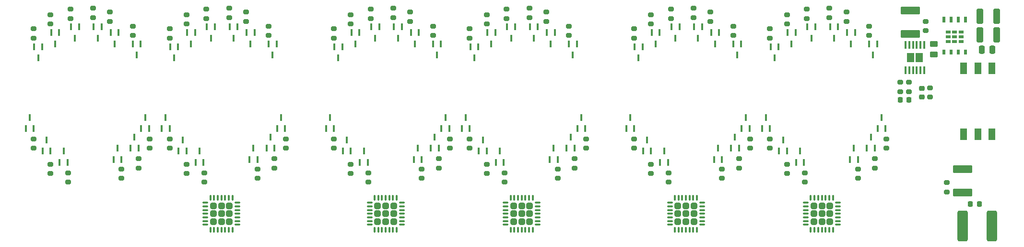
<source format=gtp>
G04 #@! TF.GenerationSoftware,KiCad,Pcbnew,8.0.5+1*
G04 #@! TF.CreationDate,2024-11-03T00:00:47+00:00*
G04 #@! TF.ProjectId,nixie_clock,6e697869-655f-4636-9c6f-636b2e6b6963,rev?*
G04 #@! TF.SameCoordinates,Original*
G04 #@! TF.FileFunction,Paste,Top*
G04 #@! TF.FilePolarity,Positive*
%FSLAX46Y46*%
G04 Gerber Fmt 4.6, Leading zero omitted, Abs format (unit mm)*
G04 Created by KiCad (PCBNEW 8.0.5+1) date 2024-11-03 00:00:47*
%MOMM*%
%LPD*%
G01*
G04 APERTURE LIST*
G04 Aperture macros list*
%AMRoundRect*
0 Rectangle with rounded corners*
0 $1 Rounding radius*
0 $2 $3 $4 $5 $6 $7 $8 $9 X,Y pos of 4 corners*
0 Add a 4 corners polygon primitive as box body*
4,1,4,$2,$3,$4,$5,$6,$7,$8,$9,$2,$3,0*
0 Add four circle primitives for the rounded corners*
1,1,$1+$1,$2,$3*
1,1,$1+$1,$4,$5*
1,1,$1+$1,$6,$7*
1,1,$1+$1,$8,$9*
0 Add four rect primitives between the rounded corners*
20,1,$1+$1,$2,$3,$4,$5,0*
20,1,$1+$1,$4,$5,$6,$7,0*
20,1,$1+$1,$6,$7,$8,$9,0*
20,1,$1+$1,$8,$9,$2,$3,0*%
G04 Aperture macros list end*
%ADD10C,0.000000*%
%ADD11R,0.457200X1.143000*%
%ADD12RoundRect,0.200000X-0.275000X0.200000X-0.275000X-0.200000X0.275000X-0.200000X0.275000X0.200000X0*%
%ADD13RoundRect,0.200000X0.275000X-0.200000X0.275000X0.200000X-0.275000X0.200000X-0.275000X-0.200000X0*%
%ADD14R,1.170000X2.080000*%
%ADD15RoundRect,0.250000X0.320000X0.320000X-0.320000X0.320000X-0.320000X-0.320000X0.320000X-0.320000X0*%
%ADD16RoundRect,0.075000X0.437500X0.075000X-0.437500X0.075000X-0.437500X-0.075000X0.437500X-0.075000X0*%
%ADD17RoundRect,0.075000X0.075000X0.437500X-0.075000X0.437500X-0.075000X-0.437500X0.075000X-0.437500X0*%
%ADD18RoundRect,0.225000X-0.225000X-0.250000X0.225000X-0.250000X0.225000X0.250000X-0.225000X0.250000X0*%
%ADD19RoundRect,0.250000X0.325000X1.100000X-0.325000X1.100000X-0.325000X-1.100000X0.325000X-1.100000X0*%
%ADD20RoundRect,0.250000X-0.450000X0.262500X-0.450000X-0.262500X0.450000X-0.262500X0.450000X0.262500X0*%
%ADD21R,0.431800X1.333500*%
%ADD22RoundRect,0.250000X0.650000X2.450000X-0.650000X2.450000X-0.650000X-2.450000X0.650000X-2.450000X0*%
%ADD23RoundRect,0.250000X0.250000X0.475000X-0.250000X0.475000X-0.250000X-0.475000X0.250000X-0.475000X0*%
%ADD24RoundRect,0.249999X1.450001X-0.450001X1.450001X0.450001X-1.450001X0.450001X-1.450001X-0.450001X0*%
%ADD25R,0.900000X0.600000*%
%ADD26R,0.600000X0.900000*%
%ADD27R,0.600000X1.050000*%
%ADD28RoundRect,0.225000X0.250000X-0.225000X0.250000X0.225000X-0.250000X0.225000X-0.250000X-0.225000X0*%
%ADD29RoundRect,0.225000X0.225000X0.250000X-0.225000X0.250000X-0.225000X-0.250000X0.225000X-0.250000X0*%
G04 APERTURE END LIST*
D10*
G04 #@! TO.C,U79*
G36*
X224100000Y-93841300D02*
G01*
X222826800Y-93841300D01*
X222826800Y-92288700D01*
X224100000Y-92288700D01*
X224100000Y-93841300D01*
G37*
G36*
X225573200Y-93841300D02*
G01*
X224300000Y-93841300D01*
X224300000Y-92288700D01*
X225573200Y-92288700D01*
X225573200Y-93841300D01*
G37*
G04 #@! TD*
D11*
G04 #@! TO.C,U36*
X123228000Y-109640000D03*
X124625000Y-109640000D03*
X123926500Y-107658800D03*
G04 #@! TD*
D12*
G04 #@! TO.C,R73*
X74725000Y-113490000D03*
X74725000Y-115140000D03*
G04 #@! TD*
D11*
G04 #@! TO.C,U30*
X138728000Y-109140000D03*
X140125000Y-109140000D03*
X139426500Y-107158800D03*
G04 #@! TD*
G04 #@! TO.C,U56*
X215728000Y-109140000D03*
X217125000Y-109140000D03*
X216426500Y-107158800D03*
G04 #@! TD*
D13*
G04 #@! TO.C,R64*
X226100000Y-88290000D03*
X226100000Y-86640000D03*
G04 #@! TD*
D12*
G04 #@! TO.C,R14*
X111125000Y-110990000D03*
X111125000Y-112640000D03*
G04 #@! TD*
D11*
G04 #@! TO.C,U9*
X144228000Y-105640000D03*
X145625000Y-105640000D03*
X144926500Y-103658800D03*
G04 #@! TD*
D12*
G04 #@! TO.C,R15*
X113125000Y-107490000D03*
X113125000Y-109140000D03*
G04 #@! TD*
D14*
G04 #@! TO.C,T1*
X237800000Y-106630000D03*
X235300000Y-106630000D03*
X232800000Y-106630000D03*
X232800000Y-94970000D03*
X235300000Y-94970000D03*
X237800000Y-94970000D03*
G04 #@! TD*
D12*
G04 #@! TO.C,R33*
X121625000Y-107490000D03*
X121625000Y-109140000D03*
G04 #@! TD*
D13*
G04 #@! TO.C,R76*
X68625000Y-89640000D03*
X68625000Y-87990000D03*
G04 #@! TD*
D12*
G04 #@! TO.C,R32*
X124625000Y-111990000D03*
X124625000Y-113640000D03*
G04 #@! TD*
D13*
G04 #@! TO.C,R12*
X152125000Y-86140000D03*
X152125000Y-84490000D03*
G04 #@! TD*
D11*
G04 #@! TO.C,U38*
X123125000Y-91140000D03*
X121728000Y-91140000D03*
X122426500Y-93121200D03*
G04 #@! TD*
D12*
G04 #@! TO.C,R68*
X89125000Y-107490000D03*
X89125000Y-109140000D03*
G04 #@! TD*
D13*
G04 #@! TO.C,R47*
X177625000Y-87140000D03*
X177625000Y-85490000D03*
G04 #@! TD*
G04 #@! TO.C,R11*
X148625000Y-87140000D03*
X148625000Y-85490000D03*
G04 #@! TD*
G04 #@! TO.C,R41*
X188125000Y-86640000D03*
X188125000Y-84990000D03*
G04 #@! TD*
D12*
G04 #@! TO.C,R75*
X68625000Y-107490000D03*
X68625000Y-109140000D03*
G04 #@! TD*
D13*
G04 #@! TO.C,R63*
X223100000Y-99115000D03*
X223100000Y-97465000D03*
G04 #@! TD*
D12*
G04 #@! TO.C,R21*
X92625000Y-107490000D03*
X92625000Y-109140000D03*
G04 #@! TD*
D11*
G04 #@! TO.C,U32*
X140522000Y-90640000D03*
X139125000Y-90640000D03*
X139823500Y-92621200D03*
G04 #@! TD*
D13*
G04 #@! TO.C,R5*
X159125000Y-86640000D03*
X159125000Y-84990000D03*
G04 #@! TD*
G04 #@! TO.C,R4*
X163125000Y-89140000D03*
X163125000Y-87490000D03*
G04 #@! TD*
D11*
G04 #@! TO.C,U65*
X203125000Y-88640000D03*
X201728000Y-88640000D03*
X202426500Y-90621200D03*
G04 #@! TD*
D12*
G04 #@! TO.C,R1*
X161125000Y-112815000D03*
X161125000Y-114465000D03*
G04 #@! TD*
D15*
G04 #@! TO.C,U15*
X103192500Y-122172031D03*
X103192500Y-120752031D03*
X103192500Y-119332031D03*
X101772500Y-122172031D03*
X101772500Y-120752031D03*
X101772500Y-119332031D03*
X100352500Y-122172031D03*
X100352500Y-120752031D03*
X100352500Y-119332031D03*
D16*
X104610000Y-122702031D03*
X104610000Y-122052031D03*
X104610000Y-121402031D03*
X104610000Y-120752031D03*
X104610000Y-120102031D03*
X104610000Y-119452031D03*
X104610000Y-118802031D03*
D17*
X103722500Y-117914531D03*
X103072500Y-117914531D03*
X102422500Y-117914531D03*
X101772500Y-117914531D03*
X101122500Y-117914531D03*
X100472500Y-117914531D03*
X99822500Y-117914531D03*
D16*
X98935000Y-118802031D03*
X98935000Y-119452031D03*
X98935000Y-120102031D03*
X98935000Y-120752031D03*
X98935000Y-121402031D03*
X98935000Y-122052031D03*
X98935000Y-122702031D03*
D17*
X99822500Y-123589531D03*
X100472500Y-123589531D03*
X101122500Y-123589531D03*
X101772500Y-123589531D03*
X102422500Y-123589531D03*
X103072500Y-123589531D03*
X103722500Y-123589531D03*
G04 #@! TD*
D11*
G04 #@! TO.C,U43*
X191728000Y-109140000D03*
X193125000Y-109140000D03*
X192426500Y-107158800D03*
G04 #@! TD*
G04 #@! TO.C,U16*
X106728000Y-111140000D03*
X108125000Y-111140000D03*
X107426500Y-109158800D03*
G04 #@! TD*
D13*
G04 #@! TO.C,R46*
X174625000Y-89640000D03*
X174625000Y-87990000D03*
G04 #@! TD*
D11*
G04 #@! TO.C,U66*
X82728000Y-111140000D03*
X84125000Y-111140000D03*
X83426500Y-109158800D03*
G04 #@! TD*
D13*
G04 #@! TO.C,R71*
X79125000Y-85965000D03*
X79125000Y-84315000D03*
G04 #@! TD*
G04 #@! TO.C,R70*
X82125000Y-86640000D03*
X82125000Y-84990000D03*
G04 #@! TD*
D11*
G04 #@! TO.C,U64*
X200125000Y-91140000D03*
X198728000Y-91140000D03*
X199426500Y-93121200D03*
G04 #@! TD*
G04 #@! TO.C,U23*
X94228000Y-109640000D03*
X95625000Y-109640000D03*
X94926500Y-107658800D03*
G04 #@! TD*
D12*
G04 #@! TO.C,R39*
X195125000Y-107490000D03*
X195125000Y-109140000D03*
G04 #@! TD*
D11*
G04 #@! TO.C,U70*
X83625000Y-88640000D03*
X82228000Y-88640000D03*
X82926500Y-90621200D03*
G04 #@! TD*
D13*
G04 #@! TO.C,R35*
X124625000Y-87140000D03*
X124625000Y-85490000D03*
G04 #@! TD*
G04 #@! TO.C,R6*
X156125000Y-85965000D03*
X156125000Y-84315000D03*
G04 #@! TD*
D11*
G04 #@! TO.C,U17*
X109728000Y-109140000D03*
X111125000Y-109140000D03*
X110426500Y-107158800D03*
G04 #@! TD*
D12*
G04 #@! TO.C,R8*
X148625000Y-111990000D03*
X148625000Y-113640000D03*
G04 #@! TD*
D11*
G04 #@! TO.C,U50*
X173228000Y-105640000D03*
X174625000Y-105640000D03*
X173926500Y-103658800D03*
G04 #@! TD*
D18*
G04 #@! TO.C,C3*
X221600000Y-100565000D03*
X223150000Y-100565000D03*
G04 #@! TD*
D13*
G04 #@! TO.C,R23*
X95625000Y-87140000D03*
X95625000Y-85490000D03*
G04 #@! TD*
D11*
G04 #@! TO.C,U22*
X97228000Y-111640000D03*
X98625000Y-111640000D03*
X97926500Y-109658800D03*
G04 #@! TD*
D15*
G04 #@! TO.C,U54*
X209192500Y-122172031D03*
X209192500Y-120752031D03*
X209192500Y-119332031D03*
X207772500Y-122172031D03*
X207772500Y-120752031D03*
X207772500Y-119332031D03*
X206352500Y-122172031D03*
X206352500Y-120752031D03*
X206352500Y-119332031D03*
D16*
X210610000Y-122702031D03*
X210610000Y-122052031D03*
X210610000Y-121402031D03*
X210610000Y-120752031D03*
X210610000Y-120102031D03*
X210610000Y-119452031D03*
X210610000Y-118802031D03*
D17*
X209722500Y-117914531D03*
X209072500Y-117914531D03*
X208422500Y-117914531D03*
X207772500Y-117914531D03*
X207122500Y-117914531D03*
X206472500Y-117914531D03*
X205822500Y-117914531D03*
D16*
X204935000Y-118802031D03*
X204935000Y-119452031D03*
X204935000Y-120102031D03*
X204935000Y-120752031D03*
X204935000Y-121402031D03*
X204935000Y-122052031D03*
X204935000Y-122702031D03*
D17*
X205822500Y-123589531D03*
X206472500Y-123589531D03*
X207122500Y-123589531D03*
X207772500Y-123589531D03*
X208422500Y-123589531D03*
X209072500Y-123589531D03*
X209722500Y-123589531D03*
G04 #@! TD*
D11*
G04 #@! TO.C,U5*
X160625000Y-88640000D03*
X159228000Y-88640000D03*
X159926500Y-90621200D03*
G04 #@! TD*
D13*
G04 #@! TO.C,R29*
X135125000Y-86640000D03*
X135125000Y-84990000D03*
G04 #@! TD*
D11*
G04 #@! TO.C,U45*
X193522000Y-90640000D03*
X192125000Y-90640000D03*
X192823500Y-92621200D03*
G04 #@! TD*
D12*
G04 #@! TO.C,R50*
X217125000Y-110990000D03*
X217125000Y-112640000D03*
G04 #@! TD*
D19*
G04 #@! TO.C,C8*
X238600000Y-85765000D03*
X235650000Y-85765000D03*
G04 #@! TD*
D12*
G04 #@! TO.C,R62*
X229800000Y-115240000D03*
X229800000Y-116890000D03*
G04 #@! TD*
D13*
G04 #@! TO.C,R77*
X71625000Y-87140000D03*
X71625000Y-85490000D03*
G04 #@! TD*
D11*
G04 #@! TO.C,U52*
X179125000Y-88640000D03*
X177728000Y-88640000D03*
X178426500Y-90621200D03*
G04 #@! TD*
D13*
G04 #@! TO.C,R16*
X110125000Y-89140000D03*
X110125000Y-87490000D03*
G04 #@! TD*
G04 #@! TO.C,R42*
X185125000Y-85965000D03*
X185125000Y-84315000D03*
G04 #@! TD*
D20*
G04 #@! TO.C,R61*
X227500000Y-90665000D03*
X227500000Y-92490000D03*
G04 #@! TD*
D11*
G04 #@! TO.C,U53*
X182625000Y-87640000D03*
X181228000Y-87640000D03*
X181926500Y-89621200D03*
G04 #@! TD*
D13*
G04 #@! TO.C,R53*
X212125000Y-86640000D03*
X212125000Y-84990000D03*
G04 #@! TD*
D11*
G04 #@! TO.C,U18*
X111625000Y-105640000D03*
X113022000Y-105640000D03*
X112323500Y-103658800D03*
G04 #@! TD*
D12*
G04 #@! TO.C,R3*
X166125000Y-107490000D03*
X166125000Y-109140000D03*
G04 #@! TD*
G04 #@! TO.C,R27*
X142125000Y-107490000D03*
X142125000Y-109140000D03*
G04 #@! TD*
D11*
G04 #@! TO.C,U77*
X76625000Y-87640000D03*
X75228000Y-87640000D03*
X75926500Y-89621200D03*
G04 #@! TD*
D12*
G04 #@! TO.C,R49*
X214125000Y-112815000D03*
X214125000Y-114465000D03*
G04 #@! TD*
D11*
G04 #@! TO.C,U8*
X147228000Y-109640000D03*
X148625000Y-109640000D03*
X147926500Y-107658800D03*
G04 #@! TD*
D13*
G04 #@! TO.C,R10*
X145625000Y-89640000D03*
X145625000Y-87990000D03*
G04 #@! TD*
D12*
G04 #@! TO.C,R51*
X219125000Y-107490000D03*
X219125000Y-109140000D03*
G04 #@! TD*
D21*
G04 #@! TO.C,U79*
X222574400Y-95281150D03*
X223224640Y-95281150D03*
X223874880Y-95281150D03*
X224525120Y-95281150D03*
X225175360Y-95281150D03*
X225825600Y-95281150D03*
X225825600Y-90848850D03*
X225175360Y-90848850D03*
X224525120Y-90848850D03*
X223874880Y-90848850D03*
X223224640Y-90848850D03*
X222574400Y-90848850D03*
G04 #@! TD*
D12*
G04 #@! TO.C,R74*
X71625000Y-111990000D03*
X71625000Y-113640000D03*
G04 #@! TD*
G04 #@! TO.C,R55*
X204725000Y-113490000D03*
X204725000Y-115140000D03*
G04 #@! TD*
D11*
G04 #@! TO.C,U11*
X150125000Y-88640000D03*
X148728000Y-88640000D03*
X149426500Y-90621200D03*
G04 #@! TD*
D12*
G04 #@! TO.C,R57*
X198625000Y-107490000D03*
X198625000Y-109140000D03*
G04 #@! TD*
D11*
G04 #@! TO.C,U3*
X164625000Y-105640000D03*
X166022000Y-105640000D03*
X165323500Y-103658800D03*
G04 #@! TD*
D13*
G04 #@! TO.C,R30*
X132125000Y-85965000D03*
X132125000Y-84315000D03*
G04 #@! TD*
D11*
G04 #@! TO.C,U27*
X100625000Y-87640000D03*
X99228000Y-87640000D03*
X99926500Y-89621200D03*
G04 #@! TD*
D15*
G04 #@! TO.C,U28*
X132192500Y-122172031D03*
X132192500Y-120752031D03*
X132192500Y-119332031D03*
X130772500Y-122172031D03*
X130772500Y-120752031D03*
X130772500Y-119332031D03*
X129352500Y-122172031D03*
X129352500Y-120752031D03*
X129352500Y-119332031D03*
D16*
X133610000Y-122702031D03*
X133610000Y-122052031D03*
X133610000Y-121402031D03*
X133610000Y-120752031D03*
X133610000Y-120102031D03*
X133610000Y-119452031D03*
X133610000Y-118802031D03*
D17*
X132722500Y-117914531D03*
X132072500Y-117914531D03*
X131422500Y-117914531D03*
X130772500Y-117914531D03*
X130122500Y-117914531D03*
X129472500Y-117914531D03*
X128822500Y-117914531D03*
D16*
X127935000Y-118802031D03*
X127935000Y-119452031D03*
X127935000Y-120102031D03*
X127935000Y-120752031D03*
X127935000Y-121402031D03*
X127935000Y-122052031D03*
X127935000Y-122702031D03*
D17*
X128822500Y-123589531D03*
X129472500Y-123589531D03*
X130122500Y-123589531D03*
X130772500Y-123589531D03*
X131422500Y-123589531D03*
X132072500Y-123589531D03*
X132722500Y-123589531D03*
G04 #@! TD*
D22*
G04 #@! TO.C,C6*
X237750000Y-122900000D03*
X232650000Y-122900000D03*
G04 #@! TD*
D11*
G04 #@! TO.C,U48*
X179228000Y-111640000D03*
X180625000Y-111640000D03*
X179926500Y-109658800D03*
G04 #@! TD*
G04 #@! TO.C,U61*
X203228000Y-111640000D03*
X204625000Y-111640000D03*
X203926500Y-109658800D03*
G04 #@! TD*
D15*
G04 #@! TO.C,U13*
X156192500Y-122172031D03*
X156192500Y-120752031D03*
X156192500Y-119332031D03*
X154772500Y-122172031D03*
X154772500Y-120752031D03*
X154772500Y-119332031D03*
X153352500Y-122172031D03*
X153352500Y-120752031D03*
X153352500Y-119332031D03*
D16*
X157610000Y-122702031D03*
X157610000Y-122052031D03*
X157610000Y-121402031D03*
X157610000Y-120752031D03*
X157610000Y-120102031D03*
X157610000Y-119452031D03*
X157610000Y-118802031D03*
D17*
X156722500Y-117914531D03*
X156072500Y-117914531D03*
X155422500Y-117914531D03*
X154772500Y-117914531D03*
X154122500Y-117914531D03*
X153472500Y-117914531D03*
X152822500Y-117914531D03*
D16*
X151935000Y-118802031D03*
X151935000Y-119452031D03*
X151935000Y-120102031D03*
X151935000Y-120752031D03*
X151935000Y-121402031D03*
X151935000Y-122052031D03*
X151935000Y-122702031D03*
D17*
X152822500Y-123589531D03*
X153472500Y-123589531D03*
X154122500Y-123589531D03*
X154772500Y-123589531D03*
X155422500Y-123589531D03*
X156072500Y-123589531D03*
X156722500Y-123589531D03*
G04 #@! TD*
D13*
G04 #@! TO.C,R34*
X121625000Y-89640000D03*
X121625000Y-87990000D03*
G04 #@! TD*
D11*
G04 #@! TO.C,U71*
X80625000Y-87640000D03*
X79228000Y-87640000D03*
X79926500Y-89621200D03*
G04 #@! TD*
D15*
G04 #@! TO.C,U41*
X185192500Y-122172031D03*
X185192500Y-120752031D03*
X185192500Y-119332031D03*
X183772500Y-122172031D03*
X183772500Y-120752031D03*
X183772500Y-119332031D03*
X182352500Y-122172031D03*
X182352500Y-120752031D03*
X182352500Y-119332031D03*
D16*
X186610000Y-122702031D03*
X186610000Y-122052031D03*
X186610000Y-121402031D03*
X186610000Y-120752031D03*
X186610000Y-120102031D03*
X186610000Y-119452031D03*
X186610000Y-118802031D03*
D17*
X185722500Y-117914531D03*
X185072500Y-117914531D03*
X184422500Y-117914531D03*
X183772500Y-117914531D03*
X183122500Y-117914531D03*
X182472500Y-117914531D03*
X181822500Y-117914531D03*
D16*
X180935000Y-118802031D03*
X180935000Y-119452031D03*
X180935000Y-120102031D03*
X180935000Y-120752031D03*
X180935000Y-121402031D03*
X180935000Y-122052031D03*
X180935000Y-122702031D03*
D17*
X181822500Y-123589531D03*
X182472500Y-123589531D03*
X183122500Y-123589531D03*
X183772500Y-123589531D03*
X184422500Y-123589531D03*
X185072500Y-123589531D03*
X185722500Y-123589531D03*
G04 #@! TD*
D12*
G04 #@! TO.C,R25*
X137125000Y-112815000D03*
X137125000Y-114465000D03*
G04 #@! TD*
D11*
G04 #@! TO.C,U72*
X73228000Y-111640000D03*
X74625000Y-111640000D03*
X73926500Y-109658800D03*
G04 #@! TD*
G04 #@! TO.C,U68*
X87625000Y-105640000D03*
X89022000Y-105640000D03*
X88323500Y-103658800D03*
G04 #@! TD*
G04 #@! TO.C,U49*
X176228000Y-109640000D03*
X177625000Y-109640000D03*
X176926500Y-107658800D03*
G04 #@! TD*
D13*
G04 #@! TO.C,R65*
X221600000Y-99090000D03*
X221600000Y-97440000D03*
G04 #@! TD*
D19*
G04 #@! TO.C,C1*
X238600000Y-89065000D03*
X235650000Y-89065000D03*
G04 #@! TD*
D12*
G04 #@! TO.C,R37*
X190125000Y-112815000D03*
X190125000Y-114465000D03*
G04 #@! TD*
G04 #@! TO.C,R2*
X164125000Y-110990000D03*
X164125000Y-112640000D03*
G04 #@! TD*
D11*
G04 #@! TO.C,U47*
X186625000Y-87640000D03*
X185228000Y-87640000D03*
X185926500Y-89621200D03*
G04 #@! TD*
G04 #@! TO.C,U40*
X129625000Y-87640000D03*
X128228000Y-87640000D03*
X128926500Y-89621200D03*
G04 #@! TD*
D13*
G04 #@! TO.C,R58*
X198625000Y-89640000D03*
X198625000Y-87990000D03*
G04 #@! TD*
D12*
G04 #@! TO.C,R44*
X177625000Y-111990000D03*
X177625000Y-113640000D03*
G04 #@! TD*
D11*
G04 #@! TO.C,U58*
X217522000Y-90640000D03*
X216125000Y-90640000D03*
X216823500Y-92621200D03*
G04 #@! TD*
D13*
G04 #@! TO.C,R59*
X201625000Y-87140000D03*
X201625000Y-85490000D03*
G04 #@! TD*
D11*
G04 #@! TO.C,U21*
X104625000Y-87640000D03*
X103228000Y-87640000D03*
X103926500Y-89621200D03*
G04 #@! TD*
G04 #@! TO.C,U46*
X189625000Y-88640000D03*
X188228000Y-88640000D03*
X188926500Y-90621200D03*
G04 #@! TD*
G04 #@! TO.C,U29*
X135728000Y-111140000D03*
X137125000Y-111140000D03*
X136426500Y-109158800D03*
G04 #@! TD*
G04 #@! TO.C,U67*
X85728000Y-109140000D03*
X87125000Y-109140000D03*
X86426500Y-107158800D03*
G04 #@! TD*
D13*
G04 #@! TO.C,R28*
X139125000Y-89140000D03*
X139125000Y-87490000D03*
G04 #@! TD*
D12*
G04 #@! TO.C,R13*
X108125000Y-112815000D03*
X108125000Y-114465000D03*
G04 #@! TD*
D11*
G04 #@! TO.C,U39*
X126125000Y-88640000D03*
X124728000Y-88640000D03*
X125426500Y-90621200D03*
G04 #@! TD*
G04 #@! TO.C,U60*
X210625000Y-87640000D03*
X209228000Y-87640000D03*
X209926500Y-89621200D03*
G04 #@! TD*
G04 #@! TO.C,U12*
X153625000Y-87640000D03*
X152228000Y-87640000D03*
X152926500Y-89621200D03*
G04 #@! TD*
G04 #@! TO.C,U78*
X206625000Y-87640000D03*
X205228000Y-87640000D03*
X205926500Y-89621200D03*
G04 #@! TD*
D23*
G04 #@! TO.C,C2*
X237900000Y-91665000D03*
X236000000Y-91665000D03*
G04 #@! TD*
D24*
G04 #@! TO.C,C7*
X223400000Y-88865000D03*
X223400000Y-84765000D03*
G04 #@! TD*
D13*
G04 #@! TO.C,R40*
X192125000Y-89140000D03*
X192125000Y-87490000D03*
G04 #@! TD*
D24*
G04 #@! TO.C,D1*
X232600000Y-116950000D03*
X232600000Y-112850000D03*
G04 #@! TD*
D11*
G04 #@! TO.C,U75*
X70125000Y-91140000D03*
X68728000Y-91140000D03*
X69426500Y-93121200D03*
G04 #@! TD*
D12*
G04 #@! TO.C,R31*
X127725000Y-113490000D03*
X127725000Y-115140000D03*
G04 #@! TD*
G04 #@! TO.C,R66*
X84125000Y-112815000D03*
X84125000Y-114465000D03*
G04 #@! TD*
D11*
G04 #@! TO.C,U10*
X147125000Y-91140000D03*
X145728000Y-91140000D03*
X146426500Y-93121200D03*
G04 #@! TD*
G04 #@! TO.C,U63*
X197228000Y-105640000D03*
X198625000Y-105640000D03*
X197926500Y-103658800D03*
G04 #@! TD*
D13*
G04 #@! TO.C,R69*
X86125000Y-89140000D03*
X86125000Y-87490000D03*
G04 #@! TD*
D25*
G04 #@! TO.C,Q1*
X232370000Y-88550000D03*
X231220000Y-88550000D03*
X230070000Y-88550000D03*
X232370000Y-89400000D03*
X231220000Y-89400000D03*
X230070000Y-89400000D03*
X232370000Y-90250000D03*
X231220000Y-90250000D03*
X230070000Y-90250000D03*
D26*
X233100000Y-92100000D03*
X231820000Y-92100000D03*
X230620000Y-92100000D03*
X229340000Y-92100000D03*
D27*
X229310000Y-86380000D03*
X233130000Y-86380000D03*
X231860000Y-86380000D03*
X230580000Y-86380000D03*
G04 #@! TD*
D12*
G04 #@! TO.C,R38*
X193125000Y-110990000D03*
X193125000Y-112640000D03*
G04 #@! TD*
D13*
G04 #@! TO.C,R72*
X226900000Y-100065000D03*
X226900000Y-98415000D03*
G04 #@! TD*
G04 #@! TO.C,R36*
X128125000Y-86140000D03*
X128125000Y-84490000D03*
G04 #@! TD*
D11*
G04 #@! TO.C,U55*
X212728000Y-111140000D03*
X214125000Y-111140000D03*
X213426500Y-109158800D03*
G04 #@! TD*
D12*
G04 #@! TO.C,R56*
X201625000Y-111990000D03*
X201625000Y-113640000D03*
G04 #@! TD*
D11*
G04 #@! TO.C,U44*
X193625000Y-105640000D03*
X195022000Y-105640000D03*
X194323500Y-103658800D03*
G04 #@! TD*
G04 #@! TO.C,U2*
X162728000Y-109140000D03*
X164125000Y-109140000D03*
X163426500Y-107158800D03*
G04 #@! TD*
G04 #@! TO.C,U6*
X157625000Y-87640000D03*
X156228000Y-87640000D03*
X156926500Y-89621200D03*
G04 #@! TD*
G04 #@! TO.C,U74*
X67228000Y-105640000D03*
X68625000Y-105640000D03*
X67926500Y-103658800D03*
G04 #@! TD*
D12*
G04 #@! TO.C,R20*
X95625000Y-111990000D03*
X95625000Y-113640000D03*
G04 #@! TD*
G04 #@! TO.C,R45*
X174625000Y-107490000D03*
X174625000Y-109140000D03*
G04 #@! TD*
D28*
G04 #@! TO.C,C4*
X225400000Y-100065000D03*
X225400000Y-98515000D03*
G04 #@! TD*
D11*
G04 #@! TO.C,U69*
X87522000Y-90640000D03*
X86125000Y-90640000D03*
X86823500Y-92621200D03*
G04 #@! TD*
D12*
G04 #@! TO.C,R67*
X87125000Y-110990000D03*
X87125000Y-112640000D03*
G04 #@! TD*
G04 #@! TO.C,R19*
X98725000Y-113490000D03*
X98725000Y-115140000D03*
G04 #@! TD*
G04 #@! TO.C,R26*
X140125000Y-110990000D03*
X140125000Y-112640000D03*
G04 #@! TD*
D11*
G04 #@! TO.C,U20*
X107625000Y-88640000D03*
X106228000Y-88640000D03*
X106926500Y-90621200D03*
G04 #@! TD*
G04 #@! TO.C,U76*
X73125000Y-88640000D03*
X71728000Y-88640000D03*
X72426500Y-90621200D03*
G04 #@! TD*
G04 #@! TO.C,U1*
X159728000Y-111140000D03*
X161125000Y-111140000D03*
X160426500Y-109158800D03*
G04 #@! TD*
G04 #@! TO.C,U31*
X140625000Y-105640000D03*
X142022000Y-105640000D03*
X141323500Y-103658800D03*
G04 #@! TD*
D13*
G04 #@! TO.C,R17*
X106125000Y-86640000D03*
X106125000Y-84990000D03*
G04 #@! TD*
D11*
G04 #@! TO.C,U73*
X70228000Y-109640000D03*
X71625000Y-109640000D03*
X70926500Y-107658800D03*
G04 #@! TD*
G04 #@! TO.C,U33*
X136625000Y-88640000D03*
X135228000Y-88640000D03*
X135926500Y-90621200D03*
G04 #@! TD*
D13*
G04 #@! TO.C,R52*
X216125000Y-89140000D03*
X216125000Y-87490000D03*
G04 #@! TD*
G04 #@! TO.C,R54*
X209125000Y-85965000D03*
X209125000Y-84315000D03*
G04 #@! TD*
G04 #@! TO.C,R60*
X205125000Y-86140000D03*
X205125000Y-84490000D03*
G04 #@! TD*
D11*
G04 #@! TO.C,U7*
X150228000Y-111640000D03*
X151625000Y-111640000D03*
X150926500Y-109658800D03*
G04 #@! TD*
G04 #@! TO.C,U25*
X94125000Y-91140000D03*
X92728000Y-91140000D03*
X93426500Y-93121200D03*
G04 #@! TD*
D12*
G04 #@! TO.C,R9*
X145625000Y-107490000D03*
X145625000Y-109140000D03*
G04 #@! TD*
D11*
G04 #@! TO.C,U42*
X188728000Y-111140000D03*
X190125000Y-111140000D03*
X189426500Y-109158800D03*
G04 #@! TD*
D12*
G04 #@! TO.C,R43*
X180725000Y-113490000D03*
X180725000Y-115140000D03*
G04 #@! TD*
D13*
G04 #@! TO.C,R18*
X103125000Y-85965000D03*
X103125000Y-84315000D03*
G04 #@! TD*
D11*
G04 #@! TO.C,U19*
X111522000Y-90640000D03*
X110125000Y-90640000D03*
X110823500Y-92621200D03*
G04 #@! TD*
G04 #@! TO.C,U26*
X97125000Y-88640000D03*
X95728000Y-88640000D03*
X96426500Y-90621200D03*
G04 #@! TD*
G04 #@! TO.C,U37*
X120228000Y-105640000D03*
X121625000Y-105640000D03*
X120926500Y-103658800D03*
G04 #@! TD*
G04 #@! TO.C,U4*
X164522000Y-90640000D03*
X163125000Y-90640000D03*
X163823500Y-92621200D03*
G04 #@! TD*
D13*
G04 #@! TO.C,R22*
X92625000Y-89640000D03*
X92625000Y-87990000D03*
G04 #@! TD*
D11*
G04 #@! TO.C,U62*
X200228000Y-109640000D03*
X201625000Y-109640000D03*
X200926500Y-107658800D03*
G04 #@! TD*
D29*
G04 #@! TO.C,C5*
X235550000Y-119000000D03*
X234000000Y-119000000D03*
G04 #@! TD*
D11*
G04 #@! TO.C,U59*
X213625000Y-88640000D03*
X212228000Y-88640000D03*
X212926500Y-90621200D03*
G04 #@! TD*
G04 #@! TO.C,U51*
X176125000Y-91140000D03*
X174728000Y-91140000D03*
X175426500Y-93121200D03*
G04 #@! TD*
G04 #@! TO.C,U24*
X91228000Y-105640000D03*
X92625000Y-105640000D03*
X91926500Y-103658800D03*
G04 #@! TD*
G04 #@! TO.C,U57*
X217625000Y-105640000D03*
X219022000Y-105640000D03*
X218323500Y-103658800D03*
G04 #@! TD*
G04 #@! TO.C,U34*
X133625000Y-87640000D03*
X132228000Y-87640000D03*
X132926500Y-89621200D03*
G04 #@! TD*
D13*
G04 #@! TO.C,R78*
X75125000Y-86140000D03*
X75125000Y-84490000D03*
G04 #@! TD*
D11*
G04 #@! TO.C,U35*
X126228000Y-111640000D03*
X127625000Y-111640000D03*
X126926500Y-109658800D03*
G04 #@! TD*
D13*
G04 #@! TO.C,R48*
X181125000Y-86140000D03*
X181125000Y-84490000D03*
G04 #@! TD*
D12*
G04 #@! TO.C,R7*
X151725000Y-113490000D03*
X151725000Y-115140000D03*
G04 #@! TD*
D13*
G04 #@! TO.C,R24*
X99125000Y-86140000D03*
X99125000Y-84490000D03*
G04 #@! TD*
M02*

</source>
